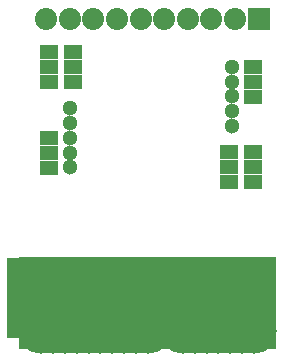
<source format=gbs>
G04 #@! TF.GenerationSoftware,KiCad,Pcbnew,(5.1.5)-3*
G04 #@! TF.CreationDate,2020-03-16T23:26:29+11:00*
G04 #@! TF.ProjectId,din_meter_atm90e26,64696e5f-6d65-4746-9572-5f61746d3930,rev?*
G04 #@! TF.SameCoordinates,Original*
G04 #@! TF.FileFunction,Soldermask,Bot*
G04 #@! TF.FilePolarity,Negative*
%FSLAX46Y46*%
G04 Gerber Fmt 4.6, Leading zero omitted, Abs format (unit mm)*
G04 Created by KiCad (PCBNEW (5.1.5)-3) date 2020-03-16 23:26:29*
%MOMM*%
%LPD*%
G04 APERTURE LIST*
%ADD10C,1.300000*%
%ADD11R,1.570000X1.270000*%
%ADD12R,1.875000X1.875000*%
%ADD13C,1.875000*%
%ADD14O,3.850000X3.850000*%
%ADD15R,3.850000X7.800000*%
%ADD16R,3.850000X6.800000*%
G04 APERTURE END LIST*
D10*
X138910000Y-70150000D03*
X138910000Y-68900000D03*
X138910000Y-73900000D03*
X138910000Y-72650000D03*
X138910000Y-71400000D03*
X152660000Y-70400000D03*
X152660000Y-69150000D03*
X152660000Y-67900000D03*
X152660000Y-66650000D03*
X152660000Y-65400000D03*
D11*
X137160000Y-64130000D03*
X137160000Y-65400000D03*
X137160000Y-66670000D03*
X137160000Y-71380000D03*
X137160000Y-72650000D03*
X137160000Y-73920000D03*
X139160000Y-64130000D03*
X139160000Y-65400000D03*
X139160000Y-66670000D03*
D12*
X154907000Y-61341000D03*
D13*
X152907000Y-61341000D03*
X150907000Y-61341000D03*
X148907000Y-61341000D03*
X146907000Y-61341000D03*
X144907000Y-61341000D03*
X142907000Y-61341000D03*
X140907000Y-61341000D03*
X138907000Y-61341000D03*
X136907000Y-61341000D03*
D11*
X152410000Y-75170000D03*
X152410000Y-73900000D03*
X152410000Y-72630000D03*
X154410000Y-75170000D03*
X154410000Y-73900000D03*
X154410000Y-72630000D03*
X154410000Y-67920000D03*
X154410000Y-66650000D03*
X154410000Y-65380000D03*
D14*
X136508000Y-87723000D03*
X154508000Y-87723000D03*
X153508000Y-87723000D03*
X148508000Y-87723000D03*
X145508000Y-87723000D03*
X152508000Y-87723000D03*
X149508000Y-87723000D03*
X137508000Y-87723000D03*
X151508000Y-87723000D03*
X150508000Y-87723000D03*
X144508000Y-87723000D03*
X143508000Y-87723000D03*
X142508000Y-87723000D03*
X141508000Y-87723000D03*
X140508000Y-87723000D03*
X139508000Y-87723000D03*
X138508000Y-87723000D03*
D15*
X149508000Y-85423000D03*
X148508000Y-85423000D03*
X154508000Y-85423000D03*
X153508000Y-85423000D03*
X152508000Y-85423000D03*
X151508000Y-85423000D03*
X150508000Y-85423000D03*
X145508000Y-85423000D03*
X144508000Y-85423000D03*
X143508000Y-85423000D03*
X142508000Y-85423000D03*
X141508000Y-85423000D03*
X140508000Y-85423000D03*
X139508000Y-85423000D03*
X138508000Y-85423000D03*
X137508000Y-85423000D03*
X136508000Y-85423000D03*
D16*
X135508000Y-84923000D03*
M02*

</source>
